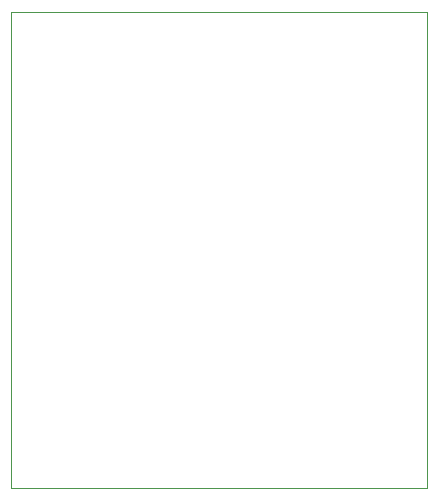
<source format=gko>
G04*
G04 #@! TF.GenerationSoftware,Altium Limited,Altium Designer,19.1.7 (138)*
G04*
G04 Layer_Color=16711935*
%FSLAX43Y43*%
%MOMM*%
G71*
G01*
G75*
%ADD124C,0.025*%
D124*
X-152Y-10084D02*
Y30201D01*
Y30225D02*
X34575Y30225D01*
X-152Y11405D02*
Y12243D01*
X-76Y12319D01*
X34575Y30225D02*
X35075D01*
Y-10075D02*
Y30225D01*
X-152Y-10075D02*
X35075Y-10075D01*
M02*

</source>
